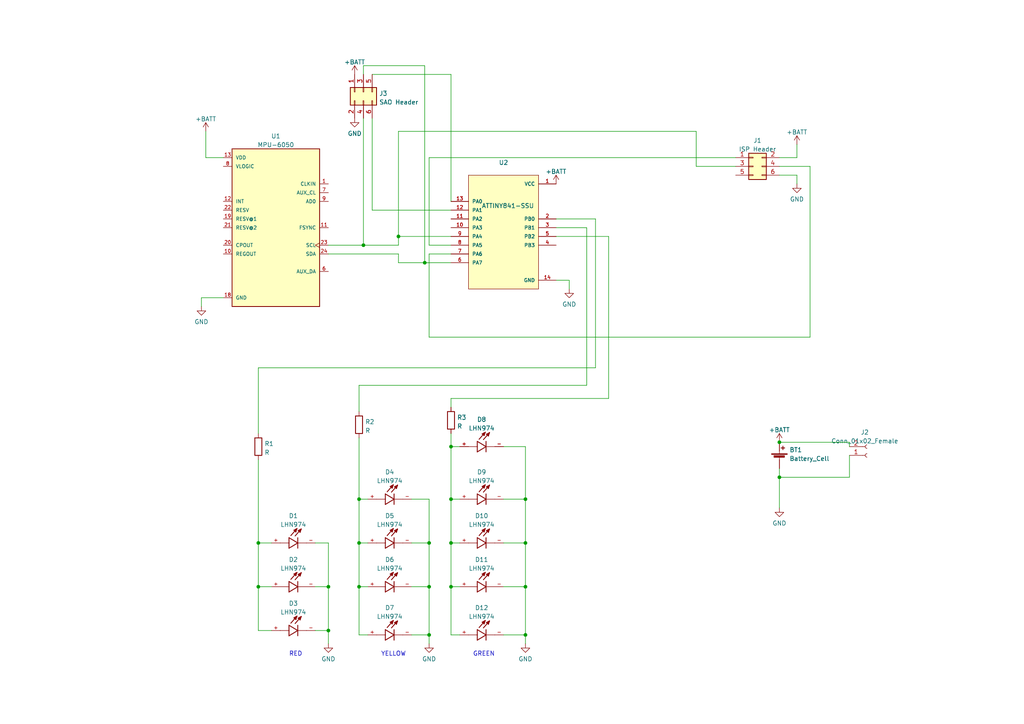
<source format=kicad_sch>
(kicad_sch (version 20230121) (generator eeschema)
  (paper "A4")
  (title_block (title "гопник badge") (date "2022-09-06") (rev "v0.1") (company "DE:AD:10:C5"))
  (lib_symbols
    (symbol "ATTINY841-SSU:ATTINY841-SSU" (pin_names (offset 1.016))
      (property "Reference" "U" (at -10.16 16.002 0))
      (property "Value" "ATTINY841-SSU" (at -10.16 -20.32 0))
      (symbol "ATTINY841-SSU_0_0"
        (rectangle (start -10.16 -17.78) (end 10.16 15.24) (stroke (width 0.1524)) (fill (type background)))
        (pin power_in line (at 15.24 12.7 180) (length 5.08) (name "VCC") (number "1"))
        (pin bidirectional line (at -15.24 0 0) (length 5.08) (name "PA3") (number "10"))
        (pin bidirectional line (at -15.24 2.54 0) (length 5.08) (name "PA2") (number "11"))
        (pin bidirectional line (at -15.24 5.08 0) (length 5.08) (name "PA1") (number "12"))
        (pin bidirectional line (at -15.24 7.62 0) (length 5.08) (name "PA0") (number "13"))
        (pin power_in line (at 15.24 -15.24 180) (length 5.08) (name "GND") (number "14"))
        (pin bidirectional line (at 15.24 2.54 180) (length 5.08) (name "PB0") (number "2"))
        (pin bidirectional line (at 15.24 0 180) (length 5.08) (name "PB1") (number "3"))
        (pin bidirectional line (at 15.24 -5.08 180) (length 5.08) (name "PB3") (number "4"))
        (pin bidirectional line (at 15.24 -2.54 180) (length 5.08) (name "PB2") (number "5"))
        (pin bidirectional line (at -15.24 -10.16 0) (length 5.08) (name "PA7") (number "6"))
        (pin bidirectional line (at -15.24 -7.62 0) (length 5.08) (name "PA6") (number "7"))
        (pin bidirectional line (at -15.24 -5.08 0) (length 5.08) (name "PA5") (number "8"))
        (pin bidirectional line (at -15.24 -2.54 0) (length 5.08) (name "PA4") (number "9"))
      )
    )
    (symbol "Connector:Conn_01x02_Female" (pin_names (offset 1.016) hide)
      (property "Reference" "J" (at 0 2.54 0))
      (property "Value" "Conn_01x02_Female" (at 0 -5.08 0))
      (symbol "Conn_01x02_Female_1_1"
        (arc (start 0 -2.032) (mid -0.5058 -2.54) (end 0 -3.048) (stroke (width 0.1524)))
        (polyline (pts (xy -1.27 -2.54) (xy -0.508 -2.54)) (stroke (width 0.1524)))
        (polyline (pts (xy -1.27 0) (xy -0.508 0)) (stroke (width 0.1524)))
        (arc (start 0 0.508) (mid -0.5058 0) (end 0 -0.508) (stroke (width 0.1524)))
        (pin passive line (at -5.08 0 0) (length 3.81) (name "Pin_1") (number "1"))
        (pin passive line (at -5.08 -2.54 0) (length 3.81) (name "Pin_2") (number "2"))
      )
    )
    (symbol "Connector_Generic:Conn_02x03_Odd_Even" (pin_names (offset 1.016) hide)
      (property "Reference" "J" (at 1.27 5.08 0))
      (property "Value" "Conn_02x03_Odd_Even" (at 1.27 -5.08 0))
      (symbol "Conn_02x03_Odd_Even_1_1"
        (rectangle (start -1.27 -2.413) (end 0 -2.667) (stroke (width 0.1524)))
        (rectangle (start -1.27 0.127) (end 0 -0.127) (stroke (width 0.1524)))
        (rectangle (start -1.27 2.667) (end 0 2.413) (stroke (width 0.1524)))
        (rectangle (start -1.27 3.81) (end 3.81 -3.81) (stroke (width 0.254)) (fill (type background)))
        (rectangle (start 3.81 -2.413) (end 2.54 -2.667) (stroke (width 0.1524)))
        (rectangle (start 3.81 0.127) (end 2.54 -0.127) (stroke (width 0.1524)))
        (rectangle (start 3.81 2.667) (end 2.54 2.413) (stroke (width 0.1524)))
        (pin passive line (at -5.08 2.54 0) (length 3.81) (name "Pin_1") (number "1"))
        (pin passive line (at 7.62 2.54 180) (length 3.81) (name "Pin_2") (number "2"))
        (pin passive line (at -5.08 0 0) (length 3.81) (name "Pin_3") (number "3"))
        (pin passive line (at 7.62 0 180) (length 3.81) (name "Pin_4") (number "4"))
        (pin passive line (at -5.08 -2.54 0) (length 3.81) (name "Pin_5") (number "5"))
        (pin passive line (at 7.62 -2.54 180) (length 3.81) (name "Pin_6") (number "6"))
      )
    )
    (symbol "Device:Battery_Cell" (pin_numbers hide) (pin_names (offset 0) hide)
      (property "Reference" "BT" (at 2.54 2.54 0))
      (property "Value" "Battery_Cell" (at 2.54 0 0))
      (symbol "Battery_Cell_0_1"
        (rectangle (start -2.286 1.778) (end 2.286 1.524) (fill (type outline)))
        (rectangle (start -1.5748 1.1938) (end 1.4732 0.6858) (fill (type outline)))
        (polyline (pts (xy 0 0.762) (xy 0 0)))
        (polyline (pts (xy 0 1.778) (xy 0 2.54)))
        (polyline (pts (xy 0.508 3.429) (xy 1.524 3.429)) (stroke (width 0.254)))
        (polyline (pts (xy 1.016 3.937) (xy 1.016 2.921)) (stroke (width 0.254)))
      )
      (symbol "Battery_Cell_1_1"
        (pin passive line (at 0 5.08 270) (length 2.54) (name "+") (number "1"))
        (pin passive line (at 0 -2.54 90) (length 2.54) (name "-") (number "2"))
      )
    )
    (symbol "Device:R" (pin_numbers hide) (pin_names (offset 0))
      (property "Reference" "R" (at 2.032 0 90))
      (property "Value" "R" (at 0 0 90))
      (symbol "R_0_1"
        (rectangle (start -1.016 -2.54) (end 1.016 2.54) (stroke (width 0.254)))
      )
      (symbol "R_1_1"
        (pin passive line (at 0 3.81 270) (length 1.27) (name "~") (number "1"))
        (pin passive line (at 0 -3.81 90) (length 1.27) (name "~") (number "2"))
      )
    )
    (symbol "LHN974:LHN974" (pin_names (offset 1.016) hide)
      (property "Reference" "D" (at -3.0988 4.4958 0))
      (property "Value" "LHN974" (at -3.556 -3.302 0))
      (symbol "LHN974_0_0"
        (polyline (pts (xy -2.54 -1.524) (xy 0 0)) (stroke (width 0.254)))
        (polyline (pts (xy -2.54 0) (xy -5.08 0)) (stroke (width 0.1524)))
        (polyline (pts (xy -2.54 0) (xy -2.54 -1.524)) (stroke (width 0.254)))
        (polyline (pts (xy -2.54 1.524) (xy -2.54 0)) (stroke (width 0.254)))
        (polyline (pts (xy -1.1176 3.683) (xy -0.2286 4.1656)) (stroke (width 0.254)))
        (polyline (pts (xy -0.9398 3.6068) (xy -0.7112 3.7592)) (stroke (width 0.254)))
        (polyline (pts (xy -0.5588 3.2004) (xy -1.1176 3.683)) (stroke (width 0.254)))
        (polyline (pts (xy -0.5588 3.2004) (xy -0.5334 3.937)) (stroke (width 0.254)))
        (polyline (pts (xy -0.5334 3.937) (xy -0.6604 3.937)) (stroke (width 0.254)))
        (polyline (pts (xy -0.2286 4.1656) (xy -2.0066 2.1336)) (stroke (width 0.254)))
        (polyline (pts (xy -0.2286 4.1656) (xy -0.5588 3.2004)) (stroke (width 0.254)))
        (polyline (pts (xy 0 0) (xy -2.54 1.524)) (stroke (width 0.254)))
        (polyline (pts (xy 0 0) (xy 0 -1.524)) (stroke (width 0.254)))
        (polyline (pts (xy 0 1.524) (xy 0 0)) (stroke (width 0.254)))
        (polyline (pts (xy 0.127 3.5814) (xy 1.016 4.064)) (stroke (width 0.254)))
        (polyline (pts (xy 0.3048 3.5052) (xy 0.5334 3.6576)) (stroke (width 0.254)))
        (polyline (pts (xy 0.6858 3.0988) (xy 0.127 3.5814)) (stroke (width 0.254)))
        (polyline (pts (xy 0.6858 3.0988) (xy 0.7112 3.8354)) (stroke (width 0.254)))
        (polyline (pts (xy 0.7112 3.8354) (xy 0.5842 3.8354)) (stroke (width 0.254)))
        (polyline (pts (xy 1.016 4.064) (xy -0.762 2.032)) (stroke (width 0.254)))
        (polyline (pts (xy 1.016 4.064) (xy 0.6858 3.0988)) (stroke (width 0.254)))
        (polyline (pts (xy 2.54 0) (xy 0 0)) (stroke (width 0.1524)))
        (pin passive line (at -7.62 0 0) (length 2.54) (name "~") (number "+"))
        (pin passive line (at 5.08 0 180) (length 2.54) (name "~") (number "-"))
      )
    )
    (symbol "MPU-6050:MPU-6050" (pin_names (offset 1.016))
      (property "Reference" "U" (at -12.7508 24.2062 0))
      (property "Value" "MPU-6050" (at -12.7762 -25.527 0))
      (symbol "MPU-6050_0_0"
        (rectangle (start -12.7 -22.86) (end 12.7 22.86) (stroke (width 0.254)) (fill (type background)))
        (pin input line (at -15.24 12.7 0) (length 2.54) (name "CLKIN") (number "1"))
        (pin passive line (at 15.24 -7.62 180) (length 2.54) (name "REGOUT") (number "10"))
        (pin input line (at -15.24 0 0) (length 2.54) (name "FSYNC") (number "11"))
        (pin output line (at 15.24 7.62 180) (length 2.54) (name "INT") (number "12"))
        (pin power_in line (at 15.24 20.32 180) (length 2.54) (name "VDD") (number "13"))
        (pin power_in line (at 15.24 -20.32 180) (length 2.54) (name "GND") (number "18"))
        (pin passive line (at 15.24 2.54 180) (length 2.54) (name "RESV@1") (number "19"))
        (pin passive line (at 15.24 -5.08 180) (length 2.54) (name "CPOUT") (number "20"))
        (pin passive line (at 15.24 0 180) (length 2.54) (name "RESV@2") (number "21"))
        (pin passive line (at 15.24 5.08 180) (length 2.54) (name "RESV") (number "22"))
        (pin input clock (at -15.24 -5.08 0) (length 2.54) (name "SCL") (number "23"))
        (pin bidirectional line (at -15.24 -7.62 0) (length 2.54) (name "SDA") (number "24"))
        (pin bidirectional line (at -15.24 -12.7 0) (length 2.54) (name "AUX_DA") (number "6"))
        (pin input line (at -15.24 10.16 0) (length 2.54) (name "AUX_CL") (number "7"))
        (pin power_in line (at 15.24 17.78 180) (length 2.54) (name "VLOGIC") (number "8"))
        (pin input line (at -15.24 7.62 0) (length 2.54) (name "AD0") (number "9"))
      )
    )
    (symbol "power:+BATT" (power) (pin_names (offset 0))
      (property "Value" "+BATT" (at 0 3.556 0))
      (symbol "+BATT_0_1"
        (polyline (pts (xy -0.762 1.27) (xy 0 2.54)))
        (polyline (pts (xy 0 0) (xy 0 2.54)))
        (polyline (pts (xy 0 2.54) (xy 0.762 1.27)))
      )
      (symbol "+BATT_1_1"
        (pin power_in line (at 0 0 90) (length 0) hide (name "+BATT") (number "1"))
      )
    )
    (symbol "power:GND" (power) (pin_names (offset 0))
      (property "Value" "GND" (at 0 -3.81 0))
      (symbol "GND_0_1"
        (polyline (pts (xy 0 0) (xy 0 -1.27) (xy 1.27 -1.27) (xy 0 -2.54) (xy -1.27 -1.27) (xy 0 -1.27)))
      )
      (symbol "GND_1_1"
        (pin power_in line (at 0 0 270) (length 0) hide (name "GND") (number "1"))
      )
    )
  )
  (junction (at 226.06 128.27))
  (junction (at 104.14 170.18))
  (junction (at 105.41 71.12))
  (junction (at 123.19 76.2))
  (junction (at 104.14 157.48))
  (junction (at 152.4 184.15))
  (junction (at 124.46 184.15))
  (junction (at 152.4 170.18))
  (junction (at 130.81 129.54))
  (junction (at 74.93 170.18))
  (junction (at 115.57 68.58))
  (junction (at 124.46 170.18))
  (junction (at 130.81 170.18))
  (junction (at 95.25 170.18))
  (junction (at 152.4 144.78))
  (junction (at 130.81 157.48))
  (junction (at 130.81 144.78))
  (junction (at 226.06 138.43))
  (junction (at 104.14 144.78))
  (junction (at 124.46 157.48))
  (junction (at 74.93 157.48))
  (junction (at 152.4 157.48))
  (junction (at 95.25 182.88))
  (wire (pts (xy 91.44 157.48) (xy 95.25 157.48)))
  (wire (pts (xy 226.06 138.43) (xy 226.06 147.32)))
  (wire (pts (xy 130.81 170.18) (xy 130.81 184.15)))
  (wire (pts (xy 172.72 106.68) (xy 172.72 63.5)))
  (wire (pts (xy 104.14 157.48) (xy 104.14 170.18)))
  (wire (pts (xy 119.38 170.18) (xy 124.46 170.18)))
  (wire (pts (xy 115.57 71.12) (xy 115.57 68.58)))
  (wire (pts (xy 176.53 115.57) (xy 176.53 68.58)))
  (wire (pts (xy 123.19 19.05) (xy 123.19 76.2)))
  (wire (pts (xy 234.95 97.79) (xy 124.46 97.79)))
  (wire (pts (xy 104.14 170.18) (xy 104.14 184.15)))
  (wire (pts (xy 146.05 170.18) (xy 152.4 170.18)))
  (wire (pts (xy 95.25 182.88) (xy 91.44 182.88)))
  (wire (pts (xy 124.46 97.79) (xy 124.46 73.66)))
  (wire (pts (xy 104.14 170.18) (xy 106.68 170.18)))
  (wire (pts (xy 105.41 21.59) (xy 105.41 19.05)))
  (wire (pts (xy 124.46 71.12) (xy 124.46 45.72)))
  (wire (pts (xy 104.14 144.78) (xy 104.14 157.48)))
  (wire (pts (xy 115.57 73.66) (xy 115.57 76.2)))
  (wire (pts (xy 119.38 157.48) (xy 124.46 157.48)))
  (wire (pts (xy 170.18 66.04) (xy 161.29 66.04)))
  (wire (pts (xy 130.81 118.11) (xy 130.81 115.57)))
  (wire (pts (xy 115.57 68.58) (xy 115.57 38.1)))
  (wire (pts (xy 124.46 170.18) (xy 124.46 184.15)))
  (wire (pts (xy 95.25 73.66) (xy 115.57 73.66)))
  (wire (pts (xy 115.57 38.1) (xy 201.93 38.1)))
  (wire (pts (xy 146.05 144.78) (xy 152.4 144.78)))
  (wire (pts (xy 130.81 71.12) (xy 124.46 71.12)))
  (wire (pts (xy 130.81 144.78) (xy 133.35 144.78)))
  (wire (pts (xy 231.14 50.8) (xy 231.14 53.34)))
  (wire (pts (xy 201.93 38.1) (xy 201.93 48.26)))
  (wire (pts (xy 74.93 170.18) (xy 74.93 182.88)))
  (wire (pts (xy 234.95 48.26) (xy 234.95 97.79)))
  (wire (pts (xy 124.46 45.72) (xy 213.36 45.72)))
  (wire (pts (xy 161.29 68.58) (xy 176.53 68.58)))
  (wire (pts (xy 78.74 157.48) (xy 74.93 157.48)))
  (wire (pts (xy 104.14 144.78) (xy 104.14 127)))
  (wire (pts (xy 124.46 184.15) (xy 124.46 186.69)))
  (wire (pts (xy 130.81 58.42) (xy 130.81 21.59)))
  (wire (pts (xy 91.44 170.18) (xy 95.25 170.18)))
  (wire (pts (xy 105.41 34.29) (xy 105.41 71.12)))
  (wire (pts (xy 231.14 45.72) (xy 231.14 41.91)))
  (wire (pts (xy 146.05 157.48) (xy 152.4 157.48)))
  (wire (pts (xy 130.81 184.15) (xy 133.35 184.15)))
  (wire (pts (xy 74.93 157.48) (xy 74.93 133.35)))
  (wire (pts (xy 124.46 73.66) (xy 130.81 73.66)))
  (wire (pts (xy 130.81 129.54) (xy 130.81 125.73)))
  (wire (pts (xy 105.41 71.12) (xy 115.57 71.12)))
  (wire (pts (xy 152.4 144.78) (xy 152.4 157.48)))
  (wire (pts (xy 123.19 76.2) (xy 130.81 76.2)))
  (wire (pts (xy 58.42 88.9) (xy 58.42 86.36)))
  (wire (pts (xy 152.4 170.18) (xy 152.4 184.15)))
  (wire (pts (xy 152.4 184.15) (xy 152.4 186.69)))
  (wire (pts (xy 59.69 45.72) (xy 64.77 45.72)))
  (wire (pts (xy 130.81 21.59) (xy 107.95 21.59)))
  (wire (pts (xy 246.38 138.43) (xy 246.38 132.08)))
  (wire (pts (xy 130.81 170.18) (xy 133.35 170.18)))
  (wire (pts (xy 130.81 157.48) (xy 130.81 170.18)))
  (wire (pts (xy 106.68 157.48) (xy 104.14 157.48)))
  (wire (pts (xy 104.14 111.76) (xy 170.18 111.76)))
  (wire (pts (xy 124.46 144.78) (xy 124.46 157.48)))
  (wire (pts (xy 130.81 144.78) (xy 130.81 157.48)))
  (wire (pts (xy 59.69 38.1) (xy 59.69 45.72)))
  (wire (pts (xy 104.14 119.38) (xy 104.14 111.76)))
  (wire (pts (xy 172.72 63.5) (xy 161.29 63.5)))
  (wire (pts (xy 115.57 76.2) (xy 123.19 76.2)))
  (wire (pts (xy 133.35 129.54) (xy 130.81 129.54)))
  (wire (pts (xy 119.38 144.78) (xy 124.46 144.78)))
  (wire (pts (xy 170.18 111.76) (xy 170.18 66.04)))
  (wire (pts (xy 226.06 45.72) (xy 231.14 45.72)))
  (wire (pts (xy 201.93 48.26) (xy 213.36 48.26)))
  (wire (pts (xy 130.81 129.54) (xy 130.81 144.78)))
  (wire (pts (xy 74.93 106.68) (xy 172.72 106.68)))
  (wire (pts (xy 74.93 182.88) (xy 78.74 182.88)))
  (wire (pts (xy 226.06 135.89) (xy 226.06 138.43)))
  (wire (pts (xy 115.57 68.58) (xy 130.81 68.58)))
  (wire (pts (xy 107.95 60.96) (xy 130.81 60.96)))
  (wire (pts (xy 152.4 129.54) (xy 152.4 144.78)))
  (wire (pts (xy 152.4 157.48) (xy 152.4 170.18)))
  (wire (pts (xy 58.42 86.36) (xy 64.77 86.36)))
  (wire (pts (xy 165.1 81.28) (xy 165.1 83.82)))
  (wire (pts (xy 130.81 115.57) (xy 176.53 115.57)))
  (wire (pts (xy 74.93 157.48) (xy 74.93 170.18)))
  (wire (pts (xy 74.93 170.18) (xy 78.74 170.18)))
  (wire (pts (xy 146.05 129.54) (xy 152.4 129.54)))
  (wire (pts (xy 226.06 48.26) (xy 234.95 48.26)))
  (wire (pts (xy 161.29 81.28) (xy 165.1 81.28)))
  (wire (pts (xy 95.25 186.69) (xy 95.25 182.88)))
  (wire (pts (xy 146.05 184.15) (xy 152.4 184.15)))
  (wire (pts (xy 107.95 34.29) (xy 107.95 60.96)))
  (wire (pts (xy 105.41 19.05) (xy 123.19 19.05)))
  (wire (pts (xy 226.06 128.27) (xy 246.38 128.27)))
  (wire (pts (xy 124.46 157.48) (xy 124.46 170.18)))
  (wire (pts (xy 130.81 157.48) (xy 133.35 157.48)))
  (wire (pts (xy 246.38 128.27) (xy 246.38 129.54)))
  (wire (pts (xy 95.25 71.12) (xy 105.41 71.12)))
  (wire (pts (xy 74.93 125.73) (xy 74.93 106.68)))
  (wire (pts (xy 226.06 138.43) (xy 246.38 138.43)))
  (wire (pts (xy 226.06 50.8) (xy 231.14 50.8)))
  (wire (pts (xy 106.68 144.78) (xy 104.14 144.78)))
  (wire (pts (xy 95.25 170.18) (xy 95.25 182.88)))
  (wire (pts (xy 95.25 157.48) (xy 95.25 170.18)))
  (wire (pts (xy 104.14 184.15) (xy 106.68 184.15)))
  (wire (pts (xy 119.38 184.15) (xy 124.46 184.15)))
  (text "YELLOW" (at 110.49 190.5 0) (effects (font (size 1.27 1.27)) (justify left bottom)))
  (text "RED" (at 83.82 190.5 0) (effects (font (size 1.27 1.27)) (justify left bottom)))
  (text "GREEN" (at 137.16 190.5 0) (effects (font (size 1.27 1.27)) (justify left bottom)))
  (symbol (lib_id "Device:Battery_Cell") (at 226.06 133.35 0) (unit 1)
    (property "Reference" "BT1" (at 228.981 130.4833 0) (effects (justify left)))
    (property "Value" "Battery_Cell" (at 228.981 133.0202 0) (effects (justify left)))
    (property "Footprint" "Battery:BatteryHolder_Keystone_3002_1x2032" (effects hide))
  )
  (symbol (lib_id "Device:R") (at 74.93 129.54 0) (unit 1)
    (property "Reference" "R1" (at 76.708 128.7053 0) (effects (justify left)))
    (property "Value" "R" (at 76.708 131.2422 0) (effects (justify left)))
    (property "Footprint" "Resistor_SMD:R_1206_3216Metric_Pad1.30x1.75mm_HandSolder" (effects hide))
  )
  (symbol (lib_id "LHN974:LHN974") (at 140.97 170.18 0) (unit 1)
    (property "Reference" "D11" (at 139.7 162.3146 0))
    (property "Value" "LHN974" (at 139.7 164.8515 0))
    (property "Footprint" "1206_smt:LEDC3216X120N" (effects hide))
    (property "STANDARD" "IPC7-351B" (effects hide))
    (property "MANUFACTURER" "Osram" (effects hide))
    (property "MAXIMUM_PACKAGE_HEIGHT" "1.20mm" (effects hide))
    (property "PARTREV" "2002-04-11" (effects hide))
  )
  (symbol (lib_id "Connector:Conn_01x02_Female") (at 251.46 132.08 0) (mirror x) (unit 1)
    (property "Reference" "J2" (at 250.825 125.383 0))
    (property "Value" "Conn_01x02_Female" (at 250.825 127.9199 0))
    (property "Footprint" "TestPoint:TestPoint_2Pads_Pitch2.54mm_Drill0.8mm" (effects hide))
  )
  (symbol (lib_id "power:GND") (at 226.06 147.32 0) (unit 1)
    (property "Reference" "#PWR0108" (effects hide))
    (property "Value" "GND" (at 226.06 151.7634 0))
  )
  (symbol (lib_id "power:GND") (at 58.42 88.9 0) (unit 1)
    (property "Reference" "#PWR0106" (effects hide))
    (property "Value" "GND" (at 58.42 93.3434 0))
  )
  (symbol (lib_id "LHN974:LHN974") (at 140.97 129.54 0) (unit 1)
    (property "Reference" "D8" (at 139.7 121.6746 0))
    (property "Value" "LHN974" (at 139.7 124.2115 0))
    (property "Footprint" "1206_smt:LEDC3216X120N" (effects hide))
    (property "STANDARD" "IPC7-351B" (effects hide))
    (property "MANUFACTURER" "Osram" (effects hide))
    (property "MAXIMUM_PACKAGE_HEIGHT" "1.20mm" (effects hide))
    (property "PARTREV" "2002-04-11" (effects hide))
  )
  (symbol (lib_id "Device:R") (at 104.14 123.19 0) (unit 1)
    (property "Reference" "R2" (at 105.918 122.3553 0) (effects (justify left)))
    (property "Value" "R" (at 105.918 124.8922 0) (effects (justify left)))
    (property "Footprint" "Resistor_SMD:R_1206_3216Metric_Pad1.30x1.75mm_HandSolder" (effects hide))
  )
  (symbol (lib_id "LHN974:LHN974") (at 140.97 184.15 0) (unit 1)
    (property "Reference" "D12" (at 139.7 176.2846 0))
    (property "Value" "LHN974" (at 139.7 178.8215 0))
    (property "Footprint" "1206_smt:LEDC3216X120N" (effects hide))
    (property "STANDARD" "IPC7-351B" (effects hide))
    (property "MANUFACTURER" "Osram" (effects hide))
    (property "MAXIMUM_PACKAGE_HEIGHT" "1.20mm" (effects hide))
    (property "PARTREV" "2002-04-11" (effects hide))
  )
  (symbol (lib_id "LHN974:LHN974") (at 114.3 170.18 0) (unit 1)
    (property "Reference" "D6" (at 113.03 162.3146 0))
    (property "Value" "LHN974" (at 113.03 164.8515 0))
    (property "Footprint" "1206_smt:LEDC3216X120N" (effects hide))
    (property "STANDARD" "IPC7-351B" (effects hide))
    (property "MANUFACTURER" "Osram" (effects hide))
    (property "MAXIMUM_PACKAGE_HEIGHT" "1.20mm" (effects hide))
    (property "PARTREV" "2002-04-11" (effects hide))
  )
  (symbol (lib_id "power:+BATT") (at 102.87 21.59 0) (unit 1)
    (property "Reference" "#PWR0103" (effects hide))
    (property "Value" "+BATT" (at 102.87 18.0142 0))
  )
  (symbol (lib_id "power:+BATT") (at 226.06 128.27 0) (unit 1)
    (property "Reference" "#PWR0109" (effects hide))
    (property "Value" "+BATT" (at 226.06 124.6942 0))
  )
  (symbol (lib_id "Connector_Generic:Conn_02x03_Odd_Even") (at 218.44 48.26 0) (unit 1)
    (property "Reference" "J1" (at 219.71 40.7502 0))
    (property "Value" "ISP Header" (at 219.71 43.2871 0))
    (property "Footprint" "Connector_PinHeader_2.54mm:PinHeader_2x03_P2.54mm_Vertical" (effects hide))
  )
  (symbol (lib_id "power:GND") (at 95.25 186.69 0) (unit 1)
    (property "Reference" "#PWR0110" (effects hide))
    (property "Value" "GND" (at 95.25 191.1334 0))
  )
  (symbol (lib_id "LHN974:LHN974") (at 140.97 157.48 0) (unit 1)
    (property "Reference" "D10" (at 139.7 149.6146 0))
    (property "Value" "LHN974" (at 139.7 152.1515 0))
    (property "Footprint" "1206_smt:LEDC3216X120N" (effects hide))
    (property "STANDARD" "IPC7-351B" (effects hide))
    (property "MANUFACTURER" "Osram" (effects hide))
    (property "MAXIMUM_PACKAGE_HEIGHT" "1.20mm" (effects hide))
    (property "PARTREV" "2002-04-11" (effects hide))
  )
  (symbol (lib_id "power:+BATT") (at 59.69 38.1 0) (unit 1)
    (property "Reference" "#PWR0112" (effects hide))
    (property "Value" "+BATT" (at 59.69 34.5242 0))
  )
  (symbol (lib_id "Device:R") (at 130.81 121.92 0) (unit 1)
    (property "Reference" "R3" (at 132.588 121.0853 0) (effects (justify left)))
    (property "Value" "R" (at 132.588 123.6222 0) (effects (justify left)))
    (property "Footprint" "Resistor_SMD:R_1206_3216Metric_Pad1.30x1.75mm_HandSolder" (effects hide))
  )
  (symbol (lib_id "LHN974:LHN974") (at 86.36 182.88 0) (unit 1)
    (property "Reference" "D3" (at 85.09 175.0146 0))
    (property "Value" "LHN974" (at 85.09 177.5515 0))
    (property "Footprint" "1206_smt:LEDC3216X120N" (effects hide))
    (property "STANDARD" "IPC7-351B" (effects hide))
    (property "MANUFACTURER" "Osram" (effects hide))
    (property "MAXIMUM_PACKAGE_HEIGHT" "1.20mm" (effects hide))
    (property "PARTREV" "2002-04-11" (effects hide))
  )
  (symbol (lib_id "power:GND") (at 124.46 186.69 0) (unit 1)
    (property "Reference" "#PWR0102" (effects hide))
    (property "Value" "GND" (at 124.46 191.1334 0))
  )
  (symbol (lib_id "power:GND") (at 102.87 34.29 0) (unit 1)
    (property "Reference" "#PWR0111" (effects hide))
    (property "Value" "GND" (at 102.87 38.7334 0))
  )
  (symbol (lib_id "ATTINY841-SSU:ATTINY841-SSU") (at 146.05 66.04 0) (unit 1)
    (property "Reference" "U2" (at 146.05 47.151 0))
    (property "Value" "ATTINY841-SSU" (at 147.32 59.69 0))
    (property "Footprint" "DEAD10C5:SOIC127P599X175-14N" (effects hide))
    (property "B_NOM" "0.415" (effects hide))
    (property "B_MIN" "0.33" (effects hide))
    (property "D_MIN" "8.55" (effects hide))
    (property "E2_MAX" "0.0" (effects hide))
    (property "PARTREV" "A" (effects hide))
    (property "A_NOM" "1.75" (effects hide))
    (property "STANDARD" "IPC 7351B" (effects hide))
    (property "D_MAX" "8.74" (effects hide))
    (property "E1_MAX" "3.99" (effects hide))
    (property "E1_MIN" "3.8" (effects hide))
    (property "MANUFACTURER" "Microchip" (effects hide))
    (property "L_MAX" "1.27" (effects hide))
    (property "E1_NOM" "3.895" (effects hide))
    (property "E_MAX" "6.19" (effects hide))
    (property "E_NOM" "5.995" (effects hide))
    (property "D_NOM" "8.645" (effects hide))
    (property "A_MIN" "1.75" (effects hide))
    (property "B_MAX" "0.5" (effects hide))
    (property "ENOM" "1.27" (effects hide))
    (property "D2_MAX" "0.0" (effects hide))
    (property "L_NOM" "0.84" (effects hide))
    (property "MAXIMUM_PACKAGE_HEIGHT" "1.75mm" (effects hide))
    (property "A_MAX" "1.75" (effects hide))
    (property "PIN_COUNT" "14.0" (effects hide))
    (property "A1_MIN" "0.1" (effects hide))
    (property "E_MIN" "5.8" (effects hide))
    (property "L_MIN" "0.41" (effects hide))
  )
  (symbol (lib_id "LHN974:LHN974") (at 114.3 184.15 0) (unit 1)
    (property "Reference" "D7" (at 113.03 176.2846 0))
    (property "Value" "LHN974" (at 113.03 178.8215 0))
    (property "Footprint" "1206_smt:LEDC3216X120N" (effects hide))
    (property "STANDARD" "IPC7-351B" (effects hide))
    (property "MANUFACTURER" "Osram" (effects hide))
    (property "MAXIMUM_PACKAGE_HEIGHT" "1.20mm" (effects hide))
    (property "PARTREV" "2002-04-11" (effects hide))
  )
  (symbol (lib_id "power:GND") (at 152.4 186.69 0) (unit 1)
    (property "Reference" "#PWR0101" (effects hide))
    (property "Value" "GND" (at 152.4 191.1334 0))
  )
  (symbol (lib_id "power:GND") (at 165.1 83.82 0) (unit 1)
    (property "Reference" "#PWR0107" (effects hide))
    (property "Value" "GND" (at 165.1 88.2634 0))
  )
  (symbol (lib_id "LHN974:LHN974") (at 140.97 144.78 0) (unit 1)
    (property "Reference" "D9" (at 139.7 136.9146 0))
    (property "Value" "LHN974" (at 139.7 139.4515 0))
    (property "Footprint" "1206_smt:LEDC3216X120N" (effects hide))
    (property "STANDARD" "IPC7-351B" (effects hide))
    (property "MANUFACTURER" "Osram" (effects hide))
    (property "MAXIMUM_PACKAGE_HEIGHT" "1.20mm" (effects hide))
    (property "PARTREV" "2002-04-11" (effects hide))
  )
  (symbol (lib_id "Connector_Generic:Conn_02x03_Odd_Even") (at 105.41 26.67 90) (mirror x) (unit 1)
    (property "Reference" "J3" (at 109.982 27.1053 90) (effects (justify right)))
    (property "Value" "SAO Header" (at 109.982 29.6422 90) (effects (justify right)))
    (property "Footprint" "Connector_PinHeader_2.54mm:PinHeader_2x03_P2.54mm_Vertical" (effects hide))
  )
  (symbol (lib_id "LHN974:LHN974") (at 86.36 157.48 0) (unit 1)
    (property "Reference" "D1" (at 85.09 149.6146 0))
    (property "Value" "LHN974" (at 85.09 152.1515 0))
    (property "Footprint" "1206_smt:LEDC3216X120N" (effects hide))
    (property "STANDARD" "IPC7-351B" (effects hide))
    (property "MANUFACTURER" "Osram" (effects hide))
    (property "MAXIMUM_PACKAGE_HEIGHT" "1.20mm" (effects hide))
    (property "PARTREV" "2002-04-11" (effects hide))
  )
  (symbol (lib_id "power:GND") (at 231.14 53.34 0) (unit 1)
    (property "Reference" "#PWR0104" (effects hide))
    (property "Value" "GND" (at 231.14 57.7834 0))
  )
  (symbol (lib_id "MPU-6050:MPU-6050") (at 80.01 66.04 0) (mirror y) (unit 1)
    (property "Reference" "U1" (at 80.01 39.4802 0))
    (property "Value" "MPU-6050" (at 80.01 42.0171 0))
    (property "Footprint" "DEAD10C5:QFN50P400X400X95-24N" (effects hide))
    (property "MP" "MPU-6050" (effects hide))
    (property "STANDARD" "IPC-7351B" (effects hide))
    (property "PRICE" "5.45 USD" (effects hide))
    (property "DESCRIPTION" "IMU ACCEL/GYRO 3-AXIS I2C 24QFN" (effects hide))
    (property "MF" "TDK" (effects hide))
    (property "PACKAGE" "QFN-24 InvenSense" (effects hide))
    (property "PARTREV" "3.4" (effects hide))
    (property "AVAILABILITY" "Good" (effects hide))
  )
  (symbol (lib_id "LHN974:LHN974") (at 114.3 144.78 0) (unit 1)
    (property "Reference" "D4" (at 113.03 136.9146 0))
    (property "Value" "LHN974" (at 113.03 139.4515 0))
    (property "Footprint" "1206_smt:LEDC3216X120N" (effects hide))
    (property "STANDARD" "IPC7-351B" (effects hide))
    (property "MANUFACTURER" "Osram" (effects hide))
    (property "MAXIMUM_PACKAGE_HEIGHT" "1.20mm" (effects hide))
    (property "PARTREV" "2002-04-11" (effects hide))
  )
  (symbol (lib_id "LHN974:LHN974") (at 114.3 157.48 0) (unit 1)
    (property "Reference" "D5" (at 113.03 149.6146 0))
    (property "Value" "LHN974" (at 113.03 152.1515 0))
    (property "Footprint" "1206_smt:LEDC3216X120N" (effects hide))
    (property "STANDARD" "IPC7-351B" (effects hide))
    (property "MANUFACTURER" "Osram" (effects hide))
    (property "MAXIMUM_PACKAGE_HEIGHT" "1.20mm" (effects hide))
    (property "PARTREV" "2002-04-11" (effects hide))
  )
  (symbol (lib_id "LHN974:LHN974") (at 86.36 170.18 0) (unit 1)
    (property "Reference" "D2" (at 85.09 162.3146 0))
    (property "Value" "LHN974" (at 85.09 164.8515 0))
    (property "Footprint" "1206_smt:LEDC3216X120N" (effects hide))
    (property "STANDARD" "IPC7-351B" (effects hide))
    (property "MANUFACTURER" "Osram" (effects hide))
    (property "MAXIMUM_PACKAGE_HEIGHT" "1.20mm" (effects hide))
    (property "PARTREV" "2002-04-11" (effects hide))
  )
  (symbol (lib_id "power:+BATT") (at 161.29 53.34 0) (unit 1)
    (property "Reference" "#PWR0113" (effects hide))
    (property "Value" "+BATT" (at 161.29 49.7642 0))
  )
  (symbol (lib_id "power:+BATT") (at 231.14 41.91 0) (unit 1)
    (property "Reference" "#PWR0105" (effects hide))
    (property "Value" "+BATT" (at 231.14 38.3342 0))
  )
)
</source>
